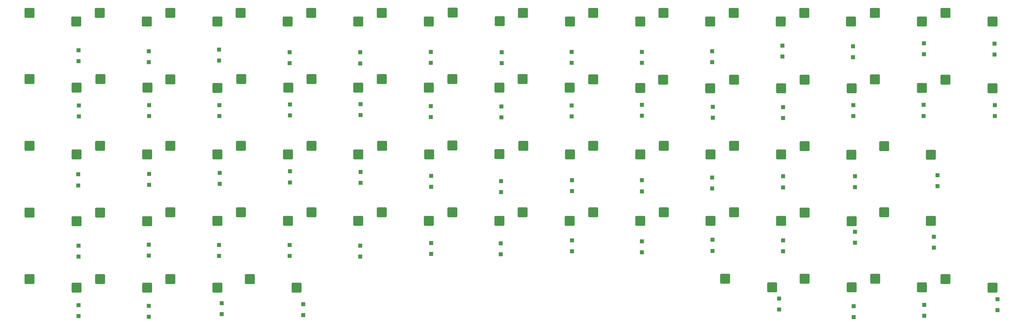
<source format=gbr>
%TF.GenerationSoftware,KiCad,Pcbnew,9.0.6*%
%TF.CreationDate,2025-12-29T17:27:32-05:00*%
%TF.ProjectId,keyboardepi pico,6b657962-6f61-4726-9465-706920706963,rev?*%
%TF.SameCoordinates,Original*%
%TF.FileFunction,Paste,Bot*%
%TF.FilePolarity,Positive*%
%FSLAX46Y46*%
G04 Gerber Fmt 4.6, Leading zero omitted, Abs format (unit mm)*
G04 Created by KiCad (PCBNEW 9.0.6) date 2025-12-29 17:27:32*
%MOMM*%
%LPD*%
G01*
G04 APERTURE LIST*
G04 Aperture macros list*
%AMRoundRect*
0 Rectangle with rounded corners*
0 $1 Rounding radius*
0 $2 $3 $4 $5 $6 $7 $8 $9 X,Y pos of 4 corners*
0 Add a 4 corners polygon primitive as box body*
4,1,4,$2,$3,$4,$5,$6,$7,$8,$9,$2,$3,0*
0 Add four circle primitives for the rounded corners*
1,1,$1+$1,$2,$3*
1,1,$1+$1,$4,$5*
1,1,$1+$1,$6,$7*
1,1,$1+$1,$8,$9*
0 Add four rect primitives between the rounded corners*
20,1,$1+$1,$2,$3,$4,$5,0*
20,1,$1+$1,$4,$5,$6,$7,0*
20,1,$1+$1,$6,$7,$8,$9,0*
20,1,$1+$1,$8,$9,$2,$3,0*%
G04 Aperture macros list end*
%ADD10RoundRect,0.250000X-1.025000X-1.000000X1.025000X-1.000000X1.025000X1.000000X-1.025000X1.000000X0*%
%ADD11RoundRect,0.250000X0.300000X-0.300000X0.300000X0.300000X-0.300000X0.300000X-0.300000X-0.300000X0*%
G04 APERTURE END LIST*
D10*
%TO.C,S41*%
X179000000Y-54000000D03*
X191000000Y-56200000D03*
%TD*%
%TO.C,S24*%
X143000000Y-36900000D03*
X155000000Y-39100000D03*
%TD*%
%TO.C,S4*%
X70949000Y-19890000D03*
X82949000Y-22090000D03*
%TD*%
%TO.C,S15*%
X251000000Y-19900000D03*
X263000000Y-22100000D03*
%TD*%
%TO.C,S10*%
X178910000Y-19900000D03*
X190910000Y-22100000D03*
%TD*%
%TO.C,S52*%
X107000000Y-71000000D03*
X119000000Y-73200000D03*
%TD*%
%TO.C,S31*%
X17000000Y-54000000D03*
X29000000Y-56200000D03*
%TD*%
%TO.C,S5*%
X88979000Y-19890000D03*
X100979000Y-22090000D03*
%TD*%
%TO.C,S58*%
X215000000Y-71100000D03*
X227000000Y-73300000D03*
%TD*%
%TO.C,S56*%
X178990000Y-71000000D03*
X190990000Y-73200000D03*
%TD*%
%TO.C,S19*%
X53000000Y-36950000D03*
X65000000Y-39150000D03*
%TD*%
%TO.C,S73*%
X215000000Y-88000000D03*
X227000000Y-90200000D03*
%TD*%
%TO.C,S22*%
X107000000Y-36850000D03*
X119000000Y-39050000D03*
%TD*%
%TO.C,S45*%
X235300000Y-54050000D03*
X247300000Y-56250000D03*
%TD*%
%TO.C,S75*%
X251010000Y-88050000D03*
X263010000Y-90250000D03*
%TD*%
%TO.C,S34*%
X53000000Y-54000000D03*
X65000000Y-56200000D03*
%TD*%
%TO.C,S42*%
X197000000Y-54000000D03*
X209000000Y-56200000D03*
%TD*%
%TO.C,S20*%
X71080000Y-36900000D03*
X83080000Y-39100000D03*
%TD*%
%TO.C,S11*%
X196900000Y-19900000D03*
X208900000Y-22100000D03*
%TD*%
%TO.C,S62*%
X35000000Y-88100000D03*
X47000000Y-90300000D03*
%TD*%
%TO.C,S53*%
X125000000Y-71000000D03*
X137000000Y-73200000D03*
%TD*%
%TO.C,S46*%
X16980000Y-71100000D03*
X28980000Y-73300000D03*
%TD*%
%TO.C,S50*%
X71000000Y-71000000D03*
X83000000Y-73200000D03*
%TD*%
%TO.C,S49*%
X53000000Y-71000000D03*
X65000000Y-73200000D03*
%TD*%
%TO.C,S38*%
X125000000Y-53900000D03*
X137000000Y-56100000D03*
%TD*%
%TO.C,S43*%
X214990000Y-54050000D03*
X226990000Y-56250000D03*
%TD*%
%TO.C,S6*%
X106979000Y-19890000D03*
X118979000Y-22090000D03*
%TD*%
%TO.C,S13*%
X233000000Y-19910000D03*
X245000000Y-22110000D03*
%TD*%
%TO.C,S57*%
X197000000Y-70950000D03*
X209000000Y-73150000D03*
%TD*%
%TO.C,S61*%
X17000000Y-88100000D03*
X29000000Y-90300000D03*
%TD*%
%TO.C,S26*%
X178900000Y-37000000D03*
X190900000Y-39200000D03*
%TD*%
%TO.C,S23*%
X125000000Y-36850000D03*
X137000000Y-39050000D03*
%TD*%
%TO.C,S40*%
X161010000Y-53950000D03*
X173010000Y-56150000D03*
%TD*%
%TO.C,S51*%
X89000000Y-71000000D03*
X101000000Y-73200000D03*
%TD*%
%TO.C,S60*%
X235300000Y-71000000D03*
X247300000Y-73200000D03*
%TD*%
%TO.C,S63*%
X53000000Y-88100000D03*
X65000000Y-90300000D03*
%TD*%
%TO.C,S18*%
X35080000Y-36900000D03*
X47080000Y-39100000D03*
%TD*%
%TO.C,S28*%
X215000000Y-37000000D03*
X227000000Y-39200000D03*
%TD*%
%TO.C,S37*%
X107050000Y-53950000D03*
X119050000Y-56150000D03*
%TD*%
%TO.C,S7*%
X125080000Y-19880000D03*
X137080000Y-22080000D03*
%TD*%
%TO.C,S33*%
X35010000Y-54000000D03*
X47010000Y-56200000D03*
%TD*%
%TO.C,S39*%
X143100000Y-54000000D03*
X155100000Y-56200000D03*
%TD*%
%TO.C,S17*%
X194706250Y-88000000D03*
X206706250Y-90200000D03*
%TD*%
%TO.C,S1*%
X16949000Y-19890000D03*
X28949000Y-22090000D03*
%TD*%
%TO.C,S30*%
X251000000Y-37000000D03*
X263000000Y-39200000D03*
%TD*%
%TO.C,S54*%
X143000000Y-71000000D03*
X155000000Y-73200000D03*
%TD*%
%TO.C,S14*%
X233000000Y-36950000D03*
X245000000Y-39150000D03*
%TD*%
%TO.C,S29*%
X73243750Y-88050000D03*
X85243750Y-90250000D03*
%TD*%
%TO.C,S25*%
X161000000Y-36950000D03*
X173000000Y-39150000D03*
%TD*%
%TO.C,S8*%
X143079000Y-19890000D03*
X155079000Y-22090000D03*
%TD*%
%TO.C,S16*%
X17000000Y-36900000D03*
X29000000Y-39100000D03*
%TD*%
%TO.C,S48*%
X35010000Y-71050000D03*
X47010000Y-73250000D03*
%TD*%
%TO.C,S3*%
X52959000Y-19890000D03*
X64959000Y-22090000D03*
%TD*%
%TO.C,S12*%
X214900000Y-19900000D03*
X226900000Y-22100000D03*
%TD*%
%TO.C,S2*%
X34949000Y-19890000D03*
X46949000Y-22090000D03*
%TD*%
%TO.C,S21*%
X89000000Y-36900000D03*
X101000000Y-39100000D03*
%TD*%
%TO.C,S27*%
X197000000Y-37000000D03*
X209000000Y-39200000D03*
%TD*%
%TO.C,S35*%
X71000000Y-54000000D03*
X83000000Y-56200000D03*
%TD*%
%TO.C,S74*%
X233010000Y-88000000D03*
X245010000Y-90200000D03*
%TD*%
%TO.C,S36*%
X89000000Y-54000000D03*
X101000000Y-56200000D03*
%TD*%
%TO.C,S9*%
X160979000Y-19900000D03*
X172979000Y-22100000D03*
%TD*%
%TO.C,S55*%
X161000000Y-71000000D03*
X173000000Y-73200000D03*
%TD*%
D11*
%TO.C,D15*%
X263499600Y-30584600D03*
X263499600Y-27784600D03*
%TD*%
%TO.C,D31*%
X29413200Y-64087200D03*
X29413200Y-61287200D03*
%TD*%
%TO.C,D68*%
X208457800Y-95888000D03*
X208457800Y-93088000D03*
%TD*%
%TO.C,D12*%
X227406200Y-31245000D03*
X227406200Y-28445000D03*
%TD*%
%TO.C,D7*%
X137591800Y-32769000D03*
X137591800Y-29969000D03*
%TD*%
%TO.C,D37*%
X119557800Y-64493600D03*
X119557800Y-61693600D03*
%TD*%
%TO.C,D2*%
X47421800Y-32515000D03*
X47421800Y-29715000D03*
%TD*%
%TO.C,D5*%
X101498400Y-32845200D03*
X101498400Y-30045200D03*
%TD*%
%TO.C,D63*%
X66116200Y-97031000D03*
X66116200Y-94231000D03*
%TD*%
%TO.C,D39*%
X155575000Y-65560400D03*
X155575000Y-62760400D03*
%TD*%
%TO.C,D22*%
X119507000Y-46586600D03*
X119507000Y-43786600D03*
%TD*%
%TO.C,D75*%
X264287000Y-96065800D03*
X264287000Y-93265800D03*
%TD*%
%TO.C,D21*%
X101549200Y-46104000D03*
X101549200Y-43304000D03*
%TD*%
%TO.C,D24*%
X155473400Y-46437200D03*
X155473400Y-43637200D03*
%TD*%
%TO.C,D43*%
X227863400Y-64547400D03*
X227863400Y-61747400D03*
%TD*%
%TO.C,D45*%
X248996200Y-64265000D03*
X248996200Y-61465000D03*
%TD*%
%TO.C,D8*%
X155524200Y-32743600D03*
X155524200Y-29943600D03*
%TD*%
%TO.C,D11*%
X209346800Y-31095600D03*
X209346800Y-28295600D03*
%TD*%
%TO.C,D41*%
X191414400Y-64925400D03*
X191414400Y-62125400D03*
%TD*%
%TO.C,D120*%
X245440200Y-46307200D03*
X245440200Y-43507200D03*
%TD*%
%TO.C,D27*%
X209550000Y-46891400D03*
X209550000Y-44091400D03*
%TD*%
%TO.C,D34*%
X65582800Y-63680800D03*
X65582800Y-60880800D03*
%TD*%
%TO.C,D30*%
X263601200Y-46383400D03*
X263601200Y-43583400D03*
%TD*%
%TO.C,D26*%
X191541400Y-46764400D03*
X191541400Y-43964400D03*
%TD*%
%TO.C,D61*%
X29514800Y-97564400D03*
X29514800Y-94764400D03*
%TD*%
%TO.C,D40*%
X173456600Y-65611200D03*
X173456600Y-62811200D03*
%TD*%
%TO.C,D6*%
X119507000Y-32743600D03*
X119507000Y-29943600D03*
%TD*%
%TO.C,D62*%
X47498000Y-97767600D03*
X47498000Y-94967600D03*
%TD*%
%TO.C,D36*%
X101523800Y-63477600D03*
X101523800Y-60677600D03*
%TD*%
%TO.C,D20*%
X83540600Y-46180200D03*
X83540600Y-43380200D03*
%TD*%
%TO.C,D54*%
X155575000Y-81003600D03*
X155575000Y-78203600D03*
%TD*%
%TO.C,D33*%
X47523400Y-63960200D03*
X47523400Y-61160200D03*
%TD*%
%TO.C,D55*%
X173456600Y-81257600D03*
X173456600Y-78457600D03*
%TD*%
%TO.C,D28*%
X227457000Y-46383400D03*
X227457000Y-43583400D03*
%TD*%
%TO.C,D50*%
X83439000Y-82172000D03*
X83439000Y-79372000D03*
%TD*%
%TO.C,D35*%
X83489800Y-63325200D03*
X83489800Y-60525200D03*
%TD*%
%TO.C,D1*%
X29489400Y-32311800D03*
X29489400Y-29511800D03*
%TD*%
%TO.C,D18*%
X47523400Y-46310200D03*
X47523400Y-43510200D03*
%TD*%
%TO.C,D74*%
X245618000Y-97488200D03*
X245618000Y-94688200D03*
%TD*%
%TO.C,D3*%
X65405000Y-32159400D03*
X65405000Y-29359400D03*
%TD*%
%TO.C,D13*%
X245491000Y-30486000D03*
X245491000Y-27686000D03*
%TD*%
%TO.C,D38*%
X137490200Y-65814400D03*
X137490200Y-63014400D03*
%TD*%
%TO.C,D4*%
X83464400Y-32769000D03*
X83464400Y-29969000D03*
%TD*%
%TO.C,D25*%
X173482000Y-46281800D03*
X173482000Y-43481800D03*
%TD*%
%TO.C,D58*%
X227888800Y-78743000D03*
X227888800Y-75943000D03*
%TD*%
%TO.C,D23*%
X137515600Y-46688200D03*
X137515600Y-43888200D03*
%TD*%
%TO.C,D57*%
X209524600Y-80952800D03*
X209524600Y-78152800D03*
%TD*%
%TO.C,D56*%
X191465200Y-80851200D03*
X191465200Y-78051200D03*
%TD*%
%TO.C,D52*%
X119557800Y-81638600D03*
X119557800Y-78838600D03*
%TD*%
%TO.C,D51*%
X101498400Y-82324400D03*
X101498400Y-79524400D03*
%TD*%
%TO.C,D60*%
X248005600Y-80063800D03*
X248005600Y-77263800D03*
%TD*%
%TO.C,D53*%
X137414000Y-81714800D03*
X137414000Y-78914800D03*
%TD*%
%TO.C,D42*%
X209524600Y-64595200D03*
X209524600Y-61795200D03*
%TD*%
%TO.C,D9*%
X173456600Y-32718200D03*
X173456600Y-29918200D03*
%TD*%
%TO.C,D10*%
X191414400Y-32515000D03*
X191414400Y-29715000D03*
%TD*%
%TO.C,D73*%
X227533200Y-97818400D03*
X227533200Y-95018400D03*
%TD*%
%TO.C,D46*%
X29514800Y-82349800D03*
X29514800Y-79549800D03*
%TD*%
%TO.C,D49*%
X65405000Y-82172000D03*
X65405000Y-79372000D03*
%TD*%
%TO.C,D121*%
X86944200Y-97310400D03*
X86944200Y-94510400D03*
%TD*%
%TO.C,D16*%
X29565600Y-46434200D03*
X29565600Y-43634200D03*
%TD*%
%TO.C,D48*%
X47472600Y-82095800D03*
X47472600Y-79295800D03*
%TD*%
%TO.C,D19*%
X65506600Y-46332600D03*
X65506600Y-43532600D03*
%TD*%
M02*

</source>
